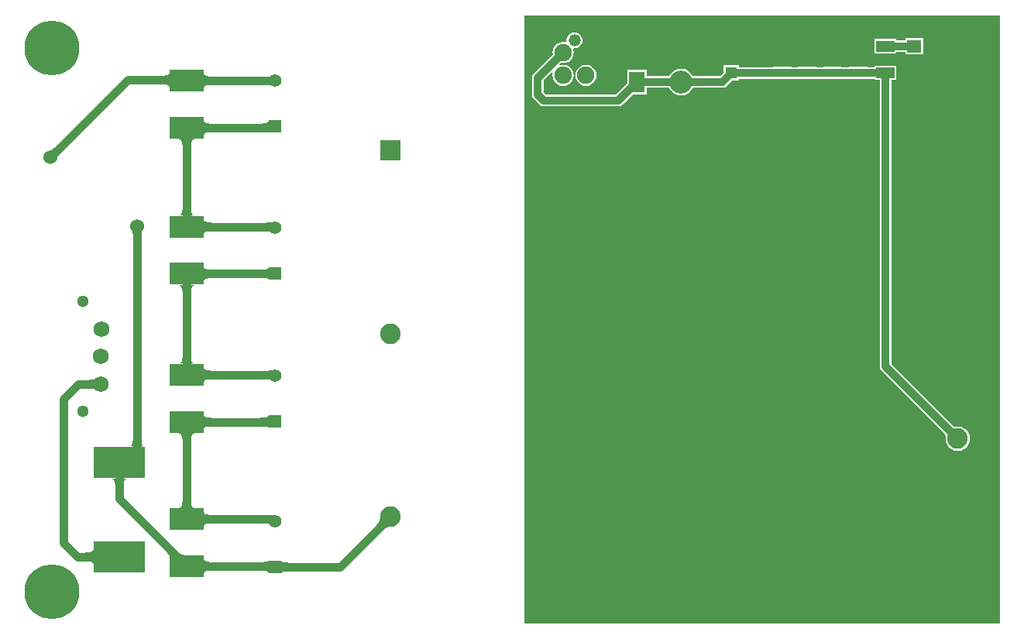
<source format=gtl>
G04*
G04 #@! TF.GenerationSoftware,Altium Limited,Altium Designer,18.1.9 (240)*
G04*
G04 Layer_Physical_Order=1*
G04 Layer_Color=255*
%FSLAX44Y44*%
%MOMM*%
G71*
G01*
G75*
%ADD11C,0.2540*%
%ADD14R,1.7000X2.3000*%
%ADD15R,1.5000X1.4000*%
%ADD16R,2.0000X1.2000*%
%ADD17R,3.7000X2.4500*%
%ADD18R,1.6000X0.9000*%
%ADD19R,5.6000X3.5000*%
%ADD39C,0.9000*%
%ADD40C,0.8500*%
%ADD41C,1.9000*%
%ADD42C,2.5000*%
%ADD43R,1.3000X1.3000*%
%ADD44C,1.3000*%
%ADD45C,6.0000*%
%ADD46C,1.7500*%
%ADD47R,1.4000X1.4000*%
%ADD48C,1.4000*%
%ADD49C,1.5240*%
%ADD50R,2.2500X2.2500*%
%ADD51C,2.2500*%
%ADD52C,1.3200*%
%ADD53C,1.2700*%
G36*
X685141Y987030D02*
X685051Y987885D01*
X684780Y988650D01*
X684328Y989325D01*
X683696Y989910D01*
X682883Y990405D01*
X681890Y990810D01*
X680716Y991125D01*
X679361Y991350D01*
X677826Y991485D01*
X676111Y991530D01*
Y1000530D01*
X677826Y1000575D01*
X679361Y1000710D01*
X680716Y1000935D01*
X681890Y1001250D01*
X682883Y1001655D01*
X683696Y1002150D01*
X684328Y1002735D01*
X684780Y1003410D01*
X685051Y1004175D01*
X685141Y1005030D01*
Y987030D01*
D02*
G37*
G36*
X722109Y1003395D02*
X722380Y1002630D01*
X722832Y1001955D01*
X723464Y1001370D01*
X724277Y1000875D01*
X725270Y1000470D01*
X726444Y1000155D01*
X727798Y999930D01*
X729334Y999795D01*
X731049Y999750D01*
Y990750D01*
X729334Y990705D01*
X727798Y990570D01*
X726444Y990345D01*
X725270Y990030D01*
X724277Y989625D01*
X723464Y989130D01*
X722832Y988545D01*
X722380Y987870D01*
X722109Y987105D01*
X722019Y986250D01*
Y1004250D01*
X722109Y1003395D01*
D02*
G37*
G36*
Y951895D02*
X722380Y951130D01*
X722832Y950455D01*
X723464Y949870D01*
X724277Y949375D01*
X725270Y948970D01*
X726444Y948655D01*
X727798Y948430D01*
X729334Y948295D01*
X731049Y948250D01*
Y939250D01*
X729334Y939205D01*
X727798Y939070D01*
X726444Y938845D01*
X725270Y938530D01*
X724277Y938125D01*
X723464Y937630D01*
X722832Y937045D01*
X722380Y936370D01*
X722109Y935605D01*
X722019Y934750D01*
Y952750D01*
X722109Y951895D01*
D02*
G37*
G36*
X711725Y931441D02*
X710960Y931171D01*
X710285Y930721D01*
X709700Y930090D01*
X709205Y929280D01*
X708800Y928290D01*
X708485Y927121D01*
X708260Y925770D01*
X708125Y924240D01*
X708080Y922531D01*
X699080D01*
X699035Y924240D01*
X698900Y925770D01*
X698675Y927121D01*
X698360Y928290D01*
X697955Y929280D01*
X697460Y930090D01*
X696875Y930721D01*
X696200Y931171D01*
X695435Y931441D01*
X694580Y931531D01*
X712580D01*
X711725Y931441D01*
D02*
G37*
G36*
X565242Y915677D02*
X564642Y915066D01*
X562878Y913019D01*
X562595Y912606D01*
X562376Y912234D01*
X562220Y911901D01*
X562127Y911608D01*
X562098Y911354D01*
X554554Y918898D01*
X554808Y918927D01*
X555101Y919020D01*
X555434Y919176D01*
X555807Y919395D01*
X556219Y919678D01*
X557163Y920433D01*
X558266Y921442D01*
X558877Y922041D01*
X565242Y915677D01*
D02*
G37*
G36*
X708125Y855114D02*
X708260Y853579D01*
X708485Y852224D01*
X708800Y851050D01*
X709205Y850057D01*
X709700Y849244D01*
X710285Y848612D01*
X710960Y848160D01*
X711725Y847889D01*
X712580Y847799D01*
X694580D01*
X695435Y847889D01*
X696200Y848160D01*
X696875Y848612D01*
X697460Y849244D01*
X697955Y850057D01*
X698360Y851050D01*
X698675Y852224D01*
X698900Y853579D01*
X699035Y855114D01*
X699080Y856830D01*
X708080D01*
X708125Y855114D01*
D02*
G37*
G36*
X722109Y843755D02*
X722380Y842990D01*
X722832Y842315D01*
X723464Y841730D01*
X724277Y841235D01*
X725270Y840830D01*
X726444Y840515D01*
X727798Y840290D01*
X729334Y840155D01*
X731049Y840110D01*
Y831110D01*
X729334Y831065D01*
X727798Y830930D01*
X726444Y830705D01*
X725270Y830390D01*
X724277Y829985D01*
X723464Y829490D01*
X722832Y828905D01*
X722380Y828230D01*
X722109Y827465D01*
X722019Y826610D01*
Y844610D01*
X722109Y843755D01*
D02*
G37*
G36*
X654654Y830637D02*
X654512Y830364D01*
X654387Y830018D01*
X654279Y829600D01*
X654187Y829108D01*
X654053Y827906D01*
X653987Y826413D01*
X653978Y825557D01*
X644978D01*
X644970Y826413D01*
X644770Y829108D01*
X644678Y829600D01*
X644570Y830018D01*
X644445Y830364D01*
X644303Y830637D01*
X644144Y830837D01*
X654812D01*
X654654Y830637D01*
D02*
G37*
G36*
X722109Y792255D02*
X722380Y791490D01*
X722832Y790815D01*
X723464Y790230D01*
X724277Y789735D01*
X725270Y789330D01*
X726444Y789015D01*
X727798Y788790D01*
X729334Y788655D01*
X731049Y788610D01*
Y779610D01*
X729334Y779565D01*
X727798Y779430D01*
X726444Y779205D01*
X725270Y778890D01*
X724277Y778485D01*
X723464Y777990D01*
X722832Y777405D01*
X722380Y776730D01*
X722109Y775965D01*
X722019Y775110D01*
Y793110D01*
X722109Y792255D01*
D02*
G37*
G36*
X711725Y771801D02*
X710960Y771531D01*
X710285Y771080D01*
X709700Y770451D01*
X709205Y769641D01*
X708800Y768651D01*
X708485Y767480D01*
X708260Y766131D01*
X708125Y764601D01*
X708080Y762890D01*
X699080D01*
X699035Y764601D01*
X698900Y766131D01*
X698675Y767480D01*
X698360Y768651D01*
X697955Y769641D01*
X697460Y770451D01*
X696875Y771080D01*
X696200Y771531D01*
X695435Y771801D01*
X694580Y771890D01*
X712580D01*
X711725Y771801D01*
D02*
G37*
G36*
X708125Y693214D02*
X708260Y691679D01*
X708485Y690324D01*
X708800Y689150D01*
X709205Y688157D01*
X709700Y687344D01*
X710285Y686712D01*
X710960Y686260D01*
X711725Y685989D01*
X712580Y685899D01*
X694580D01*
X695435Y685989D01*
X696200Y686260D01*
X696875Y686712D01*
X697460Y687344D01*
X697955Y688157D01*
X698360Y689150D01*
X698675Y690324D01*
X698900Y691679D01*
X699035Y693214D01*
X699080Y694930D01*
X708080D01*
X708125Y693214D01*
D02*
G37*
G36*
X722109Y681855D02*
X722380Y681090D01*
X722832Y680415D01*
X723464Y679830D01*
X724277Y679335D01*
X725270Y678930D01*
X726444Y678615D01*
X727798Y678390D01*
X729334Y678255D01*
X731049Y678210D01*
Y669210D01*
X729334Y669165D01*
X727798Y669030D01*
X726444Y668805D01*
X725270Y668490D01*
X724277Y668085D01*
X723464Y667590D01*
X722832Y667005D01*
X722380Y666330D01*
X722109Y665565D01*
X722019Y664710D01*
Y682710D01*
X722109Y681855D01*
D02*
G37*
G36*
X603351Y657475D02*
X602999Y657784D01*
X602581Y658060D01*
X602097Y658304D01*
X601546Y658515D01*
X600928Y658694D01*
X600245Y658840D01*
X599495Y658954D01*
X597795Y659084D01*
X596846Y659100D01*
Y668100D01*
X597795Y668116D01*
X599495Y668246D01*
X600245Y668360D01*
X600928Y668506D01*
X601546Y668685D01*
X602097Y668896D01*
X602581Y669140D01*
X602999Y669416D01*
X603351Y669725D01*
Y657475D01*
D02*
G37*
G36*
X722109Y630355D02*
X722380Y629590D01*
X722832Y628915D01*
X723464Y628330D01*
X724277Y627835D01*
X725270Y627430D01*
X726444Y627115D01*
X727798Y626890D01*
X729334Y626755D01*
X731049Y626710D01*
Y617710D01*
X729334Y617665D01*
X727798Y617530D01*
X726444Y617305D01*
X725270Y616990D01*
X724277Y616585D01*
X723464Y616090D01*
X722832Y615505D01*
X722380Y614830D01*
X722109Y614065D01*
X722019Y613210D01*
Y631210D01*
X722109Y630355D01*
D02*
G37*
G36*
X711725Y609901D02*
X710960Y609631D01*
X710285Y609180D01*
X709700Y608550D01*
X709205Y607741D01*
X708800Y606750D01*
X708485Y605580D01*
X708260Y604230D01*
X708125Y602701D01*
X708080Y600990D01*
X699080D01*
X699035Y602701D01*
X698900Y604230D01*
X698675Y605580D01*
X698360Y606750D01*
X697955Y607741D01*
X697460Y608550D01*
X696875Y609180D01*
X696200Y609631D01*
X695435Y609901D01*
X694580Y609991D01*
X712580D01*
X711725Y609901D01*
D02*
G37*
G36*
X654017Y602700D02*
X654135Y601170D01*
X654330Y599819D01*
X654604Y598649D01*
X654956Y597659D01*
X655386Y596850D01*
X655895Y596219D01*
X656481Y595770D01*
X657146Y595499D01*
X657889Y595410D01*
X640478D01*
X641333Y595499D01*
X642098Y595770D01*
X642773Y596219D01*
X643358Y596850D01*
X643853Y597659D01*
X644258Y598649D01*
X644573Y599819D01*
X644798Y601170D01*
X644933Y602700D01*
X644978Y604409D01*
X653978D01*
X654017Y602700D01*
D02*
G37*
G36*
X633976Y580591D02*
X635182Y579790D01*
X635566Y579581D01*
X635910Y579419D01*
X636211Y579303D01*
X636471Y579233D01*
X636690Y579210D01*
Y576670D01*
X636471Y576647D01*
X636211Y576577D01*
X635910Y576461D01*
X635566Y576299D01*
X635182Y576090D01*
X634287Y575533D01*
X633976Y575316D01*
Y574351D01*
X633383Y574791D01*
X633303Y574845D01*
X633227Y574791D01*
X632634Y574351D01*
Y575289D01*
X631428Y576090D01*
X631044Y576299D01*
X630700Y576461D01*
X630399Y576577D01*
X630139Y576647D01*
X629920Y576670D01*
Y579210D01*
X630139Y579233D01*
X630399Y579303D01*
X630700Y579419D01*
X631044Y579581D01*
X631428Y579790D01*
X632323Y580346D01*
X632634Y580564D01*
Y581529D01*
X633227Y581089D01*
X633307Y581035D01*
X633383Y581089D01*
X633976Y581529D01*
Y580591D01*
D02*
G37*
G36*
X638065Y560411D02*
X637300Y560140D01*
X636625Y559688D01*
X636040Y559056D01*
X635545Y558243D01*
X635140Y557250D01*
X634825Y556076D01*
X634600Y554721D01*
X634465Y553186D01*
X634420Y551470D01*
X625420D01*
X625375Y553186D01*
X625240Y554721D01*
X625015Y556076D01*
X624700Y557250D01*
X624295Y558243D01*
X623800Y559056D01*
X623215Y559688D01*
X622540Y560140D01*
X621775Y560411D01*
X620920Y560501D01*
X638920D01*
X638065Y560411D01*
D02*
G37*
G36*
X708125Y535474D02*
X708260Y533939D01*
X708485Y532584D01*
X708800Y531410D01*
X709205Y530417D01*
X709700Y529604D01*
X710285Y528972D01*
X710960Y528520D01*
X711725Y528249D01*
X712580Y528159D01*
X694580D01*
X695435Y528249D01*
X696200Y528520D01*
X696875Y528972D01*
X697460Y529604D01*
X697955Y530417D01*
X698360Y531410D01*
X698675Y532584D01*
X698900Y533939D01*
X699035Y535474D01*
X699080Y537189D01*
X708080D01*
X708125Y535474D01*
D02*
G37*
G36*
X722109Y524115D02*
X722380Y523350D01*
X722832Y522675D01*
X723464Y522090D01*
X724277Y521595D01*
X725270Y521190D01*
X726444Y520875D01*
X727798Y520650D01*
X729334Y520515D01*
X731049Y520470D01*
Y511470D01*
X729334Y511425D01*
X727798Y511290D01*
X726444Y511065D01*
X725270Y510750D01*
X724277Y510345D01*
X723464Y509850D01*
X722832Y509265D01*
X722380Y508590D01*
X722109Y507825D01*
X722019Y506970D01*
Y524970D01*
X722109Y524115D01*
D02*
G37*
G36*
X692928Y481549D02*
X695867Y479117D01*
X697238Y478189D01*
X698544Y477454D01*
X699784Y476910D01*
X700958Y476559D01*
X702067Y476400D01*
X703111Y476433D01*
X704088Y476659D01*
X685141Y470212D01*
X685928Y470628D01*
X686397Y471235D01*
X686550Y472033D01*
X686386Y473020D01*
X685905Y474198D01*
X685107Y475565D01*
X683992Y477124D01*
X682561Y478872D01*
X678746Y482939D01*
X691360Y483054D01*
X692928Y481549D01*
D02*
G37*
G36*
X601981Y465940D02*
X601891Y466795D01*
X601620Y467560D01*
X601168Y468235D01*
X600536Y468820D01*
X599723Y469315D01*
X598730Y469720D01*
X597556Y470035D01*
X596201Y470260D01*
X594666Y470395D01*
X592951Y470440D01*
Y479440D01*
X594666Y479485D01*
X596201Y479620D01*
X597556Y479845D01*
X598730Y480160D01*
X599723Y480565D01*
X600536Y481060D01*
X601168Y481645D01*
X601620Y482320D01*
X601891Y483085D01*
X601981Y483940D01*
Y465940D01*
D02*
G37*
G36*
X722109Y472615D02*
X722380Y471850D01*
X722832Y471175D01*
X723464Y470590D01*
X724277Y470095D01*
X725270Y469690D01*
X726444Y469375D01*
X727798Y469150D01*
X729334Y469015D01*
X731049Y468970D01*
Y459970D01*
X729334Y459925D01*
X727798Y459790D01*
X726444Y459565D01*
X725270Y459250D01*
X724277Y458845D01*
X723464Y458350D01*
X722832Y457765D01*
X722380Y457090D01*
X722109Y456325D01*
X722019Y455470D01*
Y473470D01*
X722109Y472615D01*
D02*
G37*
G36*
X795122Y990359D02*
X795007Y990433D01*
X794816Y990499D01*
X794549Y990558D01*
X794207Y990609D01*
X793295Y990687D01*
X791360Y990746D01*
X790563Y990750D01*
X790513Y999750D01*
X791309Y999754D01*
X794502Y999950D01*
X794770Y1000012D01*
X794963Y1000081D01*
X795080Y1000158D01*
X795122Y990359D01*
D02*
G37*
G36*
X793130Y938310D02*
X793040Y938489D01*
X792770Y938649D01*
X792320Y938790D01*
X791691Y938912D01*
X790881Y939015D01*
X788720Y939165D01*
X784130Y939250D01*
Y948250D01*
X785841Y948290D01*
X787371Y948410D01*
X788720Y948610D01*
X789891Y948890D01*
X790881Y949250D01*
X791691Y949690D01*
X792320Y950210D01*
X792770Y950810D01*
X793040Y951490D01*
X793130Y952250D01*
Y938310D01*
D02*
G37*
G36*
X794605Y830524D02*
X794475Y830635D01*
X794272Y830735D01*
X793995Y830823D01*
X793644Y830899D01*
X793220Y830964D01*
X792149Y831057D01*
X790783Y831104D01*
X789989Y831110D01*
X791270Y840110D01*
X795655Y840267D01*
X794605Y830524D01*
D02*
G37*
G36*
X793130Y777890D02*
X793040Y778217D01*
X792770Y778510D01*
X792320Y778767D01*
X791691Y778991D01*
X790881Y779180D01*
X789891Y779335D01*
X788720Y779455D01*
X785841Y779593D01*
X784130Y779610D01*
Y788610D01*
X785841Y788642D01*
X788720Y788900D01*
X789891Y789125D01*
X790881Y789415D01*
X791691Y789769D01*
X792320Y790188D01*
X792770Y790670D01*
X793040Y791218D01*
X793130Y791830D01*
Y777890D01*
D02*
G37*
G36*
X794605Y668624D02*
X794475Y668735D01*
X794272Y668835D01*
X793995Y668923D01*
X793644Y668999D01*
X793220Y669063D01*
X792149Y669157D01*
X790783Y669204D01*
X789989Y669210D01*
X791270Y678210D01*
X795655Y678367D01*
X794605Y668624D01*
D02*
G37*
G36*
X793130Y615990D02*
X793040Y616317D01*
X792770Y616609D01*
X792320Y616867D01*
X791691Y617091D01*
X790881Y617280D01*
X789891Y617435D01*
X788720Y617555D01*
X785841Y617693D01*
X784130Y617710D01*
Y626710D01*
X785841Y626742D01*
X788720Y627000D01*
X789891Y627225D01*
X790881Y627515D01*
X791691Y627869D01*
X792320Y628288D01*
X792770Y628770D01*
X793040Y629318D01*
X793130Y629930D01*
Y615990D01*
D02*
G37*
G36*
X796923Y519977D02*
X793801Y510688D01*
X793687Y510836D01*
X793498Y510969D01*
X793234Y511087D01*
X792895Y511188D01*
X792480Y511274D01*
X791991Y511345D01*
X790785Y511439D01*
X789278Y511470D01*
X789265Y520470D01*
X796923Y519977D01*
D02*
G37*
G36*
X926318Y507571D02*
X925379Y507539D01*
X924454Y507426D01*
X923543Y507231D01*
X922646Y506954D01*
X921762Y506595D01*
X920892Y506155D01*
X920036Y505632D01*
X919193Y505028D01*
X918364Y504342D01*
X917548Y503574D01*
X911184Y509938D01*
X911952Y510754D01*
X912638Y511583D01*
X913242Y512426D01*
X913765Y513282D01*
X914205Y514152D01*
X914564Y515036D01*
X914841Y515933D01*
X915036Y516844D01*
X915149Y517769D01*
X915181Y518708D01*
X926318Y507571D01*
D02*
G37*
G36*
X807160Y470240D02*
X807430Y469821D01*
X807879Y469450D01*
X808510Y469129D01*
X809320Y468857D01*
X810310Y468635D01*
X811479Y468462D01*
X812830Y468339D01*
X816069Y468240D01*
Y459240D01*
X814360Y459215D01*
X811479Y459018D01*
X810310Y458845D01*
X809320Y458623D01*
X808510Y458351D01*
X807879Y458030D01*
X807430Y457659D01*
X807160Y457240D01*
X807069Y456771D01*
Y470709D01*
X807160Y470240D01*
D02*
G37*
G36*
X793130Y456771D02*
X793040Y457378D01*
X792770Y457922D01*
X792320Y458402D01*
X791691Y458818D01*
X790881Y459170D01*
X789891Y459458D01*
X788720Y459682D01*
X787371Y459842D01*
X785841Y459938D01*
X784130Y459970D01*
Y468970D01*
X785841Y468987D01*
X789891Y469248D01*
X790881Y469405D01*
X791691Y469596D01*
X792320Y469822D01*
X792770Y470083D01*
X793040Y470379D01*
X793130Y470709D01*
Y456771D01*
D02*
G37*
G36*
X1592500Y401604D02*
X1592250Y401500D01*
X1072500D01*
Y1066750D01*
X1592500D01*
Y401604D01*
D02*
G37*
%LPC*%
G36*
X1508500Y1041750D02*
X1489500D01*
Y1039122D01*
X1479500D01*
Y1040750D01*
X1455500D01*
Y1024750D01*
X1479500D01*
Y1026378D01*
X1489500D01*
Y1023750D01*
X1508500D01*
Y1041750D01*
D02*
G37*
G36*
X1127500Y1048074D02*
X1125255Y1047779D01*
X1123163Y1046912D01*
X1121366Y1045534D01*
X1119988Y1043737D01*
X1119121Y1041645D01*
X1118826Y1039400D01*
X1118988Y1038170D01*
X1118347Y1037542D01*
X1117831Y1037226D01*
X1115000Y1037599D01*
X1111998Y1037204D01*
X1109200Y1036045D01*
X1106798Y1034202D01*
X1104955Y1031800D01*
X1103796Y1029002D01*
X1103401Y1026000D01*
X1103702Y1023714D01*
X1082744Y1002756D01*
X1081363Y1000689D01*
X1080878Y998250D01*
Y980000D01*
X1081363Y977561D01*
X1082744Y975494D01*
X1089244Y968994D01*
X1091311Y967613D01*
X1093750Y967128D01*
X1175500D01*
X1177939Y967613D01*
X1180006Y968994D01*
X1191262Y980250D01*
X1206250D01*
Y987378D01*
X1230945D01*
X1231334Y986437D01*
X1233659Y983409D01*
X1236687Y981084D01*
X1240215Y979623D01*
X1244000Y979125D01*
X1247785Y979623D01*
X1251313Y981084D01*
X1254342Y983409D01*
X1256666Y986437D01*
X1257055Y987378D01*
X1289250D01*
X1291689Y987863D01*
X1293756Y989244D01*
X1300012Y995500D01*
X1307500D01*
Y997378D01*
X1344750D01*
Y997250D01*
X1364750D01*
Y997378D01*
X1371750D01*
Y997250D01*
X1391750D01*
Y997378D01*
X1399250D01*
Y997250D01*
X1419250D01*
Y997378D01*
X1427500D01*
Y997250D01*
X1447500D01*
Y997378D01*
X1455500D01*
Y995750D01*
X1461128D01*
Y682750D01*
X1461613Y680311D01*
X1462994Y678244D01*
X1533649Y607589D01*
X1533521Y607279D01*
X1533066Y603820D01*
X1533521Y600361D01*
X1534856Y597138D01*
X1536980Y594370D01*
X1539748Y592246D01*
X1542971Y590911D01*
X1546430Y590456D01*
X1549889Y590911D01*
X1553112Y592246D01*
X1555880Y594370D01*
X1558004Y597138D01*
X1559339Y600361D01*
X1559794Y603820D01*
X1559339Y607279D01*
X1558004Y610502D01*
X1555880Y613270D01*
X1553112Y615394D01*
X1549889Y616729D01*
X1546430Y617184D01*
X1542971Y616729D01*
X1542661Y616601D01*
X1473873Y685390D01*
Y995750D01*
X1479500D01*
Y1011750D01*
X1455500D01*
Y1010123D01*
X1447500D01*
Y1010250D01*
X1427500D01*
Y1010123D01*
X1419250D01*
Y1010250D01*
X1399250D01*
Y1010123D01*
X1391750D01*
Y1010250D01*
X1371750D01*
Y1010123D01*
X1364750D01*
Y1010250D01*
X1344750D01*
Y1010123D01*
X1307500D01*
Y1012500D01*
X1290500D01*
Y1004012D01*
X1286610Y1000123D01*
X1257055D01*
X1256666Y1001063D01*
X1254342Y1004091D01*
X1251313Y1006416D01*
X1247785Y1007877D01*
X1244000Y1008375D01*
X1240215Y1007877D01*
X1236687Y1006416D01*
X1233659Y1004091D01*
X1231334Y1001063D01*
X1230945Y1000123D01*
X1206250D01*
Y1007250D01*
X1185250D01*
Y992262D01*
X1172860Y979873D01*
X1096390D01*
X1093623Y982640D01*
Y995610D01*
X1102709Y1004697D01*
X1103796Y1004002D01*
X1103401Y1001000D01*
X1103796Y997998D01*
X1104955Y995200D01*
X1106798Y992798D01*
X1109200Y990955D01*
X1111998Y989796D01*
X1115000Y989401D01*
X1118002Y989796D01*
X1120800Y990955D01*
X1123202Y992798D01*
X1125045Y995200D01*
X1126204Y997998D01*
X1126599Y1001000D01*
X1126204Y1004002D01*
X1125045Y1006800D01*
X1123202Y1009202D01*
X1120800Y1011045D01*
X1118002Y1012204D01*
X1115000Y1012599D01*
X1111998Y1012204D01*
X1111303Y1013291D01*
X1112714Y1014702D01*
X1115000Y1014401D01*
X1118002Y1014796D01*
X1120800Y1015955D01*
X1123202Y1017798D01*
X1125045Y1020200D01*
X1126204Y1022998D01*
X1126599Y1026000D01*
X1126204Y1029002D01*
X1125860Y1029832D01*
X1126633Y1030840D01*
X1127500Y1030726D01*
X1129745Y1031021D01*
X1131837Y1031888D01*
X1133634Y1033266D01*
X1135012Y1035063D01*
X1135879Y1037155D01*
X1136174Y1039400D01*
X1135879Y1041645D01*
X1135012Y1043737D01*
X1133634Y1045534D01*
X1131837Y1046912D01*
X1129745Y1047779D01*
X1127500Y1048074D01*
D02*
G37*
G36*
X1140000Y1012599D02*
X1136998Y1012204D01*
X1134200Y1011045D01*
X1131798Y1009202D01*
X1129955Y1006800D01*
X1128796Y1004002D01*
X1128401Y1001000D01*
X1128796Y997998D01*
X1129955Y995200D01*
X1131798Y992798D01*
X1134200Y990955D01*
X1136998Y989796D01*
X1140000Y989401D01*
X1143002Y989796D01*
X1145800Y990955D01*
X1148202Y992798D01*
X1150045Y995200D01*
X1151204Y997998D01*
X1151599Y1001000D01*
X1151204Y1004002D01*
X1150045Y1006800D01*
X1148202Y1009202D01*
X1145800Y1011045D01*
X1143002Y1012204D01*
X1140000Y1012599D01*
D02*
G37*
%LPD*%
D11*
X629920Y577940D02*
X636690D01*
X799370Y464470D02*
X800100Y463740D01*
X797870Y515970D02*
X800100Y513740D01*
X799350Y622210D02*
X800100Y622960D01*
X799350Y673710D02*
X800100Y672960D01*
X799350Y784110D02*
X800100Y784860D01*
X799350Y835610D02*
X800100Y834860D01*
X798570Y943750D02*
X800100Y945280D01*
X1498970Y1032780D02*
X1499000Y1032750D01*
D14*
X1195750Y993750D02*
D03*
Y1035750D02*
D03*
D15*
X1499000Y1032750D02*
D03*
Y1002750D02*
D03*
D16*
X1467500Y1003750D02*
D03*
Y1032750D02*
D03*
D17*
X703580Y515970D02*
D03*
Y464470D02*
D03*
Y673710D02*
D03*
Y622210D02*
D03*
Y835610D02*
D03*
Y784110D02*
D03*
Y995250D02*
D03*
Y943750D02*
D03*
D18*
X1437500Y1003750D02*
D03*
Y1034750D02*
D03*
X1409250D02*
D03*
Y1003750D02*
D03*
X1381750Y1034750D02*
D03*
Y1003750D02*
D03*
X1354750Y1034750D02*
D03*
Y1003750D02*
D03*
D19*
X629920Y474940D02*
D03*
Y577940D02*
D03*
D39*
X798570Y995250D02*
X799350Y996030D01*
X703580Y943750D02*
X798570D01*
X703580Y835610D02*
Y943750D01*
Y995250D02*
X798570D01*
X702800Y996030D02*
X703580Y995250D01*
X639230Y996030D02*
X702800D01*
X554478Y911278D02*
X639230Y996030D01*
X871350Y463740D02*
X926430Y518820D01*
X800100Y463740D02*
X871350D01*
X649478Y590728D02*
Y836279D01*
X636690Y577940D02*
X649478Y590728D01*
X703580Y515970D02*
Y622210D01*
Y464470D02*
X799370D01*
X703580Y515970D02*
X797870D01*
X703580Y622210D02*
X799350D01*
X703580Y673710D02*
X799350D01*
X703580Y784110D02*
X799350D01*
X703580Y835610D02*
X799350D01*
X799350Y996030D02*
X800100Y995280D01*
X703580Y673710D02*
Y784110D01*
X629920Y538130D02*
X703580Y464470D01*
X629920Y538130D02*
Y577940D01*
X568960Y647700D02*
X584860Y663600D01*
X568960Y490220D02*
Y647700D01*
Y490220D02*
X584240Y474940D01*
X629920D01*
X584860Y663600D02*
X609600D01*
D40*
X1289250Y993750D02*
X1299250Y1003750D01*
X1087250Y998250D02*
X1115000Y1026000D01*
X1087250Y980000D02*
Y998250D01*
Y980000D02*
X1093750Y973500D01*
X1175500D01*
X1195750Y993750D01*
X1149750Y1035750D02*
X1195750D01*
X1140000Y1026000D02*
X1149750Y1035750D01*
X1240000Y1042750D02*
X1244000Y1046750D01*
X1202750Y1041750D02*
X1240000D01*
X1195750Y1035750D02*
X1202750Y1042750D01*
X1286250Y1041750D02*
X1299000Y1029000D01*
X1249000Y1041750D02*
X1286250D01*
X1244000Y1046750D02*
X1249000Y1041750D01*
X1244000Y993750D02*
X1289250D01*
X1195750D02*
X1244000D01*
X1498940Y1032750D02*
X1498970Y1032780D01*
X1467500Y1032750D02*
X1498940D01*
X1409250Y1034750D02*
X1437500D01*
X1381750D02*
X1409250D01*
X1354750D02*
X1381750D01*
X1304750D02*
X1354750D01*
X1299000Y1029000D02*
X1304750Y1034750D01*
X1299250Y1003750D02*
X1354750D01*
X1381750D01*
X1409250D01*
X1437500D01*
X1467500D01*
Y682750D02*
Y1003750D01*
Y682750D02*
X1546430Y603820D01*
D41*
X1115000Y1001000D02*
D03*
X1140000D02*
D03*
X1115000Y1026000D02*
D03*
X1140000D02*
D03*
D42*
X1244000Y1046750D02*
D03*
Y993750D02*
D03*
D43*
X1299000Y1004000D02*
D03*
D44*
Y1029000D02*
D03*
X590000Y633600D02*
D03*
Y753600D02*
D03*
D45*
X1554480Y436880D02*
D03*
Y1031240D02*
D03*
X556260D02*
D03*
Y436880D02*
D03*
D46*
X609600Y693600D02*
D03*
Y663600D02*
D03*
X610350Y723600D02*
D03*
D47*
X800100Y463740D02*
D03*
Y622960D02*
D03*
Y945280D02*
D03*
Y784860D02*
D03*
D48*
Y513740D02*
D03*
Y672960D02*
D03*
Y995280D02*
D03*
Y834860D02*
D03*
D49*
X554478Y911278D02*
D03*
X649478Y836279D02*
D03*
D50*
X926430Y918820D02*
D03*
D51*
Y718820D02*
D03*
Y518820D02*
D03*
X1546430Y603820D02*
D03*
Y833820D02*
D03*
D52*
X1127500Y1039400D02*
D03*
D53*
X1216750Y1054750D02*
D03*
X1174750D02*
D03*
X1577250Y652750D02*
D03*
Y699250D02*
D03*
Y746500D02*
D03*
Y794250D02*
D03*
Y840250D02*
D03*
Y887250D02*
D03*
Y934000D02*
D03*
X1257500Y867250D02*
D03*
X1230250D02*
D03*
X1202500D02*
D03*
X1257500Y891500D02*
D03*
X1230000D02*
D03*
X1202500D02*
D03*
X1257500Y914278D02*
D03*
X1230000D02*
D03*
X1202500D02*
D03*
X1578000Y978500D02*
D03*
X1553500D02*
D03*
X1529250D02*
D03*
X1277000Y1054750D02*
D03*
X1467000D02*
D03*
X1437750D02*
D03*
X1328500D02*
D03*
X1409250D02*
D03*
X1381750D02*
D03*
X1354500D02*
D03*
M02*

</source>
